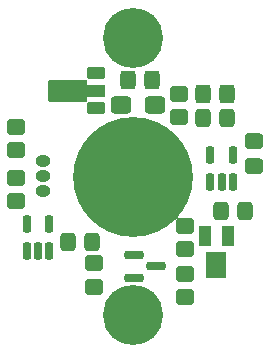
<source format=gbr>
%TF.GenerationSoftware,KiCad,Pcbnew,(6.0.1)*%
%TF.CreationDate,2024-02-25T10:31:20+01:00*%
%TF.ProjectId,Lin1,4c696e31-2e6b-4696-9361-645f70636258,rev?*%
%TF.SameCoordinates,Original*%
%TF.FileFunction,Soldermask,Bot*%
%TF.FilePolarity,Negative*%
%FSLAX46Y46*%
G04 Gerber Fmt 4.6, Leading zero omitted, Abs format (unit mm)*
G04 Created by KiCad (PCBNEW (6.0.1)) date 2024-02-25 10:31:20*
%MOMM*%
%LPD*%
G01*
G04 APERTURE LIST*
G04 Aperture macros list*
%AMRoundRect*
0 Rectangle with rounded corners*
0 $1 Rounding radius*
0 $2 $3 $4 $5 $6 $7 $8 $9 X,Y pos of 4 corners*
0 Add a 4 corners polygon primitive as box body*
4,1,4,$2,$3,$4,$5,$6,$7,$8,$9,$2,$3,0*
0 Add four circle primitives for the rounded corners*
1,1,$1+$1,$2,$3*
1,1,$1+$1,$4,$5*
1,1,$1+$1,$6,$7*
1,1,$1+$1,$8,$9*
0 Add four rect primitives between the rounded corners*
20,1,$1+$1,$2,$3,$4,$5,0*
20,1,$1+$1,$4,$5,$6,$7,0*
20,1,$1+$1,$6,$7,$8,$9,0*
20,1,$1+$1,$8,$9,$2,$3,0*%
%AMFreePoly0*
4,1,27,3.910709,0.923953,3.936361,0.879524,3.937500,0.866500,3.937500,-0.866500,3.919953,-0.914709,3.875524,-0.940361,3.862500,-0.941500,0.737500,-0.941500,0.689291,-0.923953,0.663639,-0.879524,0.662500,-0.866500,0.662500,-0.525000,-0.737500,-0.525000,-0.785709,-0.507453,-0.811361,-0.463024,-0.812500,-0.450000,-0.812500,0.450000,-0.794953,0.498209,-0.750524,0.523861,-0.737500,0.525000,
0.662500,0.525000,0.662500,0.866500,0.680047,0.914709,0.724476,0.940361,0.737500,0.941500,3.862500,0.941500,3.910709,0.923953,3.910709,0.923953,$1*%
G04 Aperture macros list end*
%ADD10C,5.090000*%
%ADD11RoundRect,0.325000X-0.537500X-0.425000X0.537500X-0.425000X0.537500X0.425000X-0.537500X0.425000X0*%
%ADD12RoundRect,0.325000X0.450000X-0.350000X0.450000X0.350000X-0.450000X0.350000X-0.450000X-0.350000X0*%
%ADD13RoundRect,0.325000X0.325000X0.450000X-0.325000X0.450000X-0.325000X-0.450000X0.325000X-0.450000X0*%
%ADD14C,10.150000*%
%ADD15RoundRect,0.325000X-0.450000X0.350000X-0.450000X-0.350000X0.450000X-0.350000X0.450000X0.350000X0*%
%ADD16O,1.293000X1.007250*%
%ADD17RoundRect,0.225000X-0.587500X-0.150000X0.587500X-0.150000X0.587500X0.150000X-0.587500X0.150000X0*%
%ADD18RoundRect,0.325000X-0.350000X-0.450000X0.350000X-0.450000X0.350000X0.450000X-0.350000X0.450000X0*%
%ADD19RoundRect,0.325000X0.475000X-0.337500X0.475000X0.337500X-0.475000X0.337500X-0.475000X-0.337500X0*%
%ADD20RoundRect,0.225000X0.150000X-0.512500X0.150000X0.512500X-0.150000X0.512500X-0.150000X-0.512500X0*%
%ADD21RoundRect,0.325000X0.337500X0.475000X-0.337500X0.475000X-0.337500X-0.475000X0.337500X-0.475000X0*%
%ADD22RoundRect,0.075000X0.650000X0.450000X-0.650000X0.450000X-0.650000X-0.450000X0.650000X-0.450000X0*%
%ADD23FreePoly0,180.000000*%
%ADD24RoundRect,0.325000X-0.337500X-0.475000X0.337500X-0.475000X0.337500X0.475000X-0.337500X0.475000X0*%
%ADD25RoundRect,0.325000X0.350000X0.450000X-0.350000X0.450000X-0.350000X-0.450000X0.350000X-0.450000X0*%
%ADD26RoundRect,0.075000X-0.469900X-0.774700X0.469900X-0.774700X0.469900X0.774700X-0.469900X0.774700X0*%
%ADD27RoundRect,0.075000X-0.749300X-1.066800X0.749300X-1.066800X0.749300X1.066800X-0.749300X1.066800X0*%
G04 APERTURE END LIST*
D10*
%TO.C,J2*%
X150000000Y-111750000D03*
X150000000Y-88250000D03*
%TD*%
D11*
%TO.C,C1*%
X149025000Y-93900000D03*
X151900000Y-93900000D03*
%TD*%
D12*
%TO.C,R1*%
X146700000Y-109300000D03*
X146700000Y-107300000D03*
%TD*%
D13*
%TO.C,R2*%
X146567000Y-105500000D03*
X144517000Y-105500000D03*
%TD*%
D14*
%TO.C,J1*%
X150000000Y-100000000D03*
%TD*%
D15*
%TO.C,R4*%
X140100000Y-95774000D03*
X140100000Y-97774000D03*
%TD*%
D16*
%TO.C,U1*%
X142400000Y-98700000D03*
X142400000Y-99970000D03*
X142400000Y-101240000D03*
%TD*%
D15*
%TO.C,R11*%
X154432000Y-104156000D03*
X154432000Y-106156000D03*
%TD*%
D17*
%TO.C,Q1*%
X150125000Y-108550000D03*
X150125000Y-106650000D03*
X152000000Y-107600000D03*
%TD*%
D18*
%TO.C,R7*%
X157496000Y-102870000D03*
X159496000Y-102870000D03*
%TD*%
D19*
%TO.C,C7*%
X160274000Y-99081500D03*
X160274000Y-97006500D03*
%TD*%
D20*
%TO.C,U2*%
X158496000Y-100451500D03*
X157546000Y-100451500D03*
X156596000Y-100451500D03*
X156596000Y-98176500D03*
X158496000Y-98176500D03*
%TD*%
%TO.C,U4*%
X142936000Y-106293500D03*
X141986000Y-106293500D03*
X141036000Y-106293500D03*
X141036000Y-104018500D03*
X142936000Y-104018500D03*
%TD*%
D21*
%TO.C,C4*%
X158009500Y-92964000D03*
X155934500Y-92964000D03*
%TD*%
D22*
%TO.C,U5*%
X146938000Y-91210000D03*
D23*
X146850500Y-92710000D03*
D22*
X146938000Y-94210000D03*
%TD*%
D15*
%TO.C,C2*%
X154432000Y-108220000D03*
X154432000Y-110220000D03*
%TD*%
D24*
%TO.C,C6*%
X149584500Y-91800000D03*
X151659500Y-91800000D03*
%TD*%
D25*
%TO.C,R9*%
X157972000Y-94996000D03*
X155972000Y-94996000D03*
%TD*%
D26*
%TO.C,RV1*%
X156150000Y-104995700D03*
D27*
X157100000Y-107472200D03*
D26*
X158050000Y-104995700D03*
%TD*%
D15*
%TO.C,R8*%
X153924000Y-92964000D03*
X153924000Y-94964000D03*
%TD*%
%TO.C,R12*%
X140100000Y-100092000D03*
X140100000Y-102092000D03*
%TD*%
G36*
X153830821Y-103325674D02*
G01*
X153830734Y-103327104D01*
X153805504Y-103382468D01*
X153817565Y-103441756D01*
X153862191Y-103482647D01*
X153907677Y-103488838D01*
X153909258Y-103490063D01*
X153908988Y-103492044D01*
X153907668Y-103492803D01*
X153898451Y-103494017D01*
X153796752Y-103541440D01*
X153717440Y-103620752D01*
X153670017Y-103722451D01*
X153666215Y-103751331D01*
X153664997Y-103752918D01*
X153663014Y-103752657D01*
X153662257Y-103751383D01*
X153654048Y-103699553D01*
X153611264Y-103656770D01*
X153551482Y-103647302D01*
X153500429Y-103671928D01*
X153498434Y-103671780D01*
X153497565Y-103669979D01*
X153498209Y-103668652D01*
X153587151Y-103587151D01*
X153827439Y-103324924D01*
X153829347Y-103324322D01*
X153830821Y-103325674D01*
G37*
M02*

</source>
